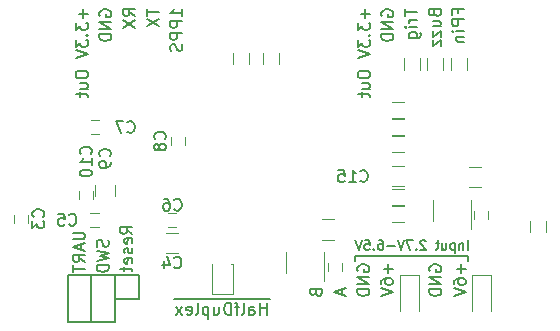
<source format=gbo>
G04 #@! TF.GenerationSoftware,KiCad,Pcbnew,(5.0.0)*
G04 #@! TF.CreationDate,2018-08-08T03:05:28+09:00*
G04 #@! TF.ProjectId,Altimeter,416C74696D657465722E6B696361645F,rev?*
G04 #@! TF.SameCoordinates,Original*
G04 #@! TF.FileFunction,Legend,Bot*
G04 #@! TF.FilePolarity,Positive*
%FSLAX46Y46*%
G04 Gerber Fmt 4.6, Leading zero omitted, Abs format (unit mm)*
G04 Created by KiCad (PCBNEW (5.0.0)) date 08/08/18 03:05:28*
%MOMM*%
%LPD*%
G01*
G04 APERTURE LIST*
%ADD10C,0.150000*%
%ADD11C,0.120000*%
%ADD12C,0.100000*%
%ADD13C,2.020000*%
%ADD14R,2.020000X2.020000*%
%ADD15C,1.720000*%
%ADD16R,1.720000X1.720000*%
%ADD17C,3.520000*%
%ADD18R,1.070000X1.120000*%
%ADD19R,0.970000X1.380000*%
%ADD20R,1.320000X1.570000*%
%ADD21R,1.120000X1.070000*%
%ADD22R,1.570000X1.320000*%
%ADD23R,1.590000X1.290000*%
%ADD24R,1.220000X0.820000*%
%ADD25R,0.820000X1.220000*%
%ADD26C,1.820000*%
%ADD27R,1.420000X1.120000*%
%ADD28R,1.420000X2.320000*%
G04 APERTURE END LIST*
D10*
X166700200Y-93713300D02*
X166700200Y-94157800D01*
X157175500Y-93713500D02*
X166700500Y-93713500D01*
X157175500Y-94158000D02*
X157175500Y-93713500D01*
X166706261Y-93186404D02*
X166706261Y-92386404D01*
X166325309Y-92653071D02*
X166325309Y-93186404D01*
X166325309Y-92729261D02*
X166287214Y-92691166D01*
X166211023Y-92653071D01*
X166096738Y-92653071D01*
X166020547Y-92691166D01*
X165982452Y-92767357D01*
X165982452Y-93186404D01*
X165601500Y-92653071D02*
X165601500Y-93453071D01*
X165601500Y-92691166D02*
X165525309Y-92653071D01*
X165372928Y-92653071D01*
X165296738Y-92691166D01*
X165258642Y-92729261D01*
X165220547Y-92805452D01*
X165220547Y-93034023D01*
X165258642Y-93110214D01*
X165296738Y-93148309D01*
X165372928Y-93186404D01*
X165525309Y-93186404D01*
X165601500Y-93148309D01*
X164534833Y-92653071D02*
X164534833Y-93186404D01*
X164877690Y-92653071D02*
X164877690Y-93072119D01*
X164839595Y-93148309D01*
X164763404Y-93186404D01*
X164649119Y-93186404D01*
X164572928Y-93148309D01*
X164534833Y-93110214D01*
X164268166Y-92653071D02*
X163963404Y-92653071D01*
X164153880Y-92386404D02*
X164153880Y-93072119D01*
X164115785Y-93148309D01*
X164039595Y-93186404D01*
X163963404Y-93186404D01*
X163125309Y-92462595D02*
X163087214Y-92424500D01*
X163011023Y-92386404D01*
X162820547Y-92386404D01*
X162744357Y-92424500D01*
X162706261Y-92462595D01*
X162668166Y-92538785D01*
X162668166Y-92614976D01*
X162706261Y-92729261D01*
X163163404Y-93186404D01*
X162668166Y-93186404D01*
X162325309Y-93110214D02*
X162287214Y-93148309D01*
X162325309Y-93186404D01*
X162363404Y-93148309D01*
X162325309Y-93110214D01*
X162325309Y-93186404D01*
X162020547Y-92386404D02*
X161487214Y-92386404D01*
X161830071Y-93186404D01*
X161296738Y-92386404D02*
X161030071Y-93186404D01*
X160763404Y-92386404D01*
X160496738Y-92881642D02*
X159887214Y-92881642D01*
X159163404Y-92386404D02*
X159315785Y-92386404D01*
X159391976Y-92424500D01*
X159430071Y-92462595D01*
X159506261Y-92576880D01*
X159544357Y-92729261D01*
X159544357Y-93034023D01*
X159506261Y-93110214D01*
X159468166Y-93148309D01*
X159391976Y-93186404D01*
X159239595Y-93186404D01*
X159163404Y-93148309D01*
X159125309Y-93110214D01*
X159087214Y-93034023D01*
X159087214Y-92843547D01*
X159125309Y-92767357D01*
X159163404Y-92729261D01*
X159239595Y-92691166D01*
X159391976Y-92691166D01*
X159468166Y-92729261D01*
X159506261Y-92767357D01*
X159544357Y-92843547D01*
X158744357Y-93110214D02*
X158706261Y-93148309D01*
X158744357Y-93186404D01*
X158782452Y-93148309D01*
X158744357Y-93110214D01*
X158744357Y-93186404D01*
X157982452Y-92386404D02*
X158363404Y-92386404D01*
X158401500Y-92767357D01*
X158363404Y-92729261D01*
X158287214Y-92691166D01*
X158096738Y-92691166D01*
X158020547Y-92729261D01*
X157982452Y-92767357D01*
X157944357Y-92843547D01*
X157944357Y-93034023D01*
X157982452Y-93110214D01*
X158020547Y-93148309D01*
X158096738Y-93186404D01*
X158287214Y-93186404D01*
X158363404Y-93148309D01*
X158401500Y-93110214D01*
X157715785Y-92386404D02*
X157449119Y-93186404D01*
X157182452Y-92386404D01*
X159952028Y-94425976D02*
X159952028Y-95187880D01*
X160332980Y-94806928D02*
X159571076Y-94806928D01*
X159332980Y-96092642D02*
X159332980Y-95902166D01*
X159380600Y-95806928D01*
X159428219Y-95759309D01*
X159571076Y-95664071D01*
X159761552Y-95616452D01*
X160142504Y-95616452D01*
X160237742Y-95664071D01*
X160285361Y-95711690D01*
X160332980Y-95806928D01*
X160332980Y-95997404D01*
X160285361Y-96092642D01*
X160237742Y-96140261D01*
X160142504Y-96187880D01*
X159904409Y-96187880D01*
X159809171Y-96140261D01*
X159761552Y-96092642D01*
X159713933Y-95997404D01*
X159713933Y-95806928D01*
X159761552Y-95711690D01*
X159809171Y-95664071D01*
X159904409Y-95616452D01*
X159332980Y-96473595D02*
X160332980Y-96806928D01*
X159332980Y-97140261D01*
X166124228Y-94425976D02*
X166124228Y-95187880D01*
X166505180Y-94806928D02*
X165743276Y-94806928D01*
X165505180Y-96092642D02*
X165505180Y-95902166D01*
X165552800Y-95806928D01*
X165600419Y-95759309D01*
X165743276Y-95664071D01*
X165933752Y-95616452D01*
X166314704Y-95616452D01*
X166409942Y-95664071D01*
X166457561Y-95711690D01*
X166505180Y-95806928D01*
X166505180Y-95997404D01*
X166457561Y-96092642D01*
X166409942Y-96140261D01*
X166314704Y-96187880D01*
X166076609Y-96187880D01*
X165981371Y-96140261D01*
X165933752Y-96092642D01*
X165886133Y-95997404D01*
X165886133Y-95806928D01*
X165933752Y-95711690D01*
X165981371Y-95664071D01*
X166076609Y-95616452D01*
X165505180Y-96473595D02*
X166505180Y-96806928D01*
X165505180Y-97140261D01*
X163495400Y-95013285D02*
X163447780Y-94918047D01*
X163447780Y-94775190D01*
X163495400Y-94632333D01*
X163590638Y-94537095D01*
X163685876Y-94489476D01*
X163876352Y-94441857D01*
X164019209Y-94441857D01*
X164209685Y-94489476D01*
X164304923Y-94537095D01*
X164400161Y-94632333D01*
X164447780Y-94775190D01*
X164447780Y-94870428D01*
X164400161Y-95013285D01*
X164352542Y-95060904D01*
X164019209Y-95060904D01*
X164019209Y-94870428D01*
X164447780Y-95489476D02*
X163447780Y-95489476D01*
X164447780Y-96060904D01*
X163447780Y-96060904D01*
X164447780Y-96537095D02*
X163447780Y-96537095D01*
X163447780Y-96775190D01*
X163495400Y-96918047D01*
X163590638Y-97013285D01*
X163685876Y-97060904D01*
X163876352Y-97108523D01*
X164019209Y-97108523D01*
X164209685Y-97060904D01*
X164304923Y-97013285D01*
X164400161Y-96918047D01*
X164447780Y-96775190D01*
X164447780Y-96537095D01*
X157399400Y-95013285D02*
X157351780Y-94918047D01*
X157351780Y-94775190D01*
X157399400Y-94632333D01*
X157494638Y-94537095D01*
X157589876Y-94489476D01*
X157780352Y-94441857D01*
X157923209Y-94441857D01*
X158113685Y-94489476D01*
X158208923Y-94537095D01*
X158304161Y-94632333D01*
X158351780Y-94775190D01*
X158351780Y-94870428D01*
X158304161Y-95013285D01*
X158256542Y-95060904D01*
X157923209Y-95060904D01*
X157923209Y-94870428D01*
X158351780Y-95489476D02*
X157351780Y-95489476D01*
X158351780Y-96060904D01*
X157351780Y-96060904D01*
X158351780Y-96537095D02*
X157351780Y-96537095D01*
X157351780Y-96775190D01*
X157399400Y-96918047D01*
X157494638Y-97013285D01*
X157589876Y-97060904D01*
X157780352Y-97108523D01*
X157923209Y-97108523D01*
X158113685Y-97060904D01*
X158208923Y-97013285D01*
X158304161Y-96918047D01*
X158351780Y-96775190D01*
X158351780Y-96537095D01*
X153814771Y-96845628D02*
X153862390Y-96988485D01*
X153910009Y-97036104D01*
X154005247Y-97083723D01*
X154148104Y-97083723D01*
X154243342Y-97036104D01*
X154290961Y-96988485D01*
X154338580Y-96893247D01*
X154338580Y-96512295D01*
X153338580Y-96512295D01*
X153338580Y-96845628D01*
X153386200Y-96940866D01*
X153433819Y-96988485D01*
X153529057Y-97036104D01*
X153624295Y-97036104D01*
X153719533Y-96988485D01*
X153767152Y-96940866D01*
X153814771Y-96845628D01*
X153814771Y-96512295D01*
X156059466Y-96536104D02*
X156059466Y-97012295D01*
X156345180Y-96440866D02*
X155345180Y-96774200D01*
X156345180Y-97107533D01*
X138285780Y-91853104D02*
X137809590Y-91519771D01*
X138285780Y-91281676D02*
X137285780Y-91281676D01*
X137285780Y-91662628D01*
X137333400Y-91757866D01*
X137381019Y-91805485D01*
X137476257Y-91853104D01*
X137619114Y-91853104D01*
X137714352Y-91805485D01*
X137761971Y-91757866D01*
X137809590Y-91662628D01*
X137809590Y-91281676D01*
X138238161Y-92662628D02*
X138285780Y-92567390D01*
X138285780Y-92376914D01*
X138238161Y-92281676D01*
X138142923Y-92234057D01*
X137761971Y-92234057D01*
X137666733Y-92281676D01*
X137619114Y-92376914D01*
X137619114Y-92567390D01*
X137666733Y-92662628D01*
X137761971Y-92710247D01*
X137857209Y-92710247D01*
X137952447Y-92234057D01*
X138238161Y-93091200D02*
X138285780Y-93186438D01*
X138285780Y-93376914D01*
X138238161Y-93472152D01*
X138142923Y-93519771D01*
X138095304Y-93519771D01*
X138000066Y-93472152D01*
X137952447Y-93376914D01*
X137952447Y-93234057D01*
X137904828Y-93138819D01*
X137809590Y-93091200D01*
X137761971Y-93091200D01*
X137666733Y-93138819D01*
X137619114Y-93234057D01*
X137619114Y-93376914D01*
X137666733Y-93472152D01*
X138238161Y-94329295D02*
X138285780Y-94234057D01*
X138285780Y-94043580D01*
X138238161Y-93948342D01*
X138142923Y-93900723D01*
X137761971Y-93900723D01*
X137666733Y-93948342D01*
X137619114Y-94043580D01*
X137619114Y-94234057D01*
X137666733Y-94329295D01*
X137761971Y-94376914D01*
X137857209Y-94376914D01*
X137952447Y-93900723D01*
X137619114Y-94662628D02*
X137619114Y-95043580D01*
X137285780Y-94805485D02*
X138142923Y-94805485D01*
X138238161Y-94853104D01*
X138285780Y-94948342D01*
X138285780Y-95043580D01*
X138824000Y-97333000D02*
X138824000Y-95351800D01*
X136817400Y-97333000D02*
X138824000Y-97333000D01*
X134836200Y-95351800D02*
X134836200Y-99339600D01*
X136817400Y-95351800D02*
X136817400Y-99339600D01*
X132829600Y-95351800D02*
X138824000Y-95351800D01*
X132829600Y-99339600D02*
X132829600Y-95351800D01*
X136792000Y-99339600D02*
X132829600Y-99339600D01*
X136231561Y-92369057D02*
X136279180Y-92511914D01*
X136279180Y-92750009D01*
X136231561Y-92845247D01*
X136183942Y-92892866D01*
X136088704Y-92940485D01*
X135993466Y-92940485D01*
X135898228Y-92892866D01*
X135850609Y-92845247D01*
X135802990Y-92750009D01*
X135755371Y-92559533D01*
X135707752Y-92464295D01*
X135660133Y-92416676D01*
X135564895Y-92369057D01*
X135469657Y-92369057D01*
X135374419Y-92416676D01*
X135326800Y-92464295D01*
X135279180Y-92559533D01*
X135279180Y-92797628D01*
X135326800Y-92940485D01*
X135279180Y-93273819D02*
X136279180Y-93511914D01*
X135564895Y-93702390D01*
X136279180Y-93892866D01*
X135279180Y-94130961D01*
X136279180Y-94511914D02*
X135279180Y-94511914D01*
X135279180Y-94750009D01*
X135326800Y-94892866D01*
X135422038Y-94988104D01*
X135517276Y-95035723D01*
X135707752Y-95083342D01*
X135850609Y-95083342D01*
X136041085Y-95035723D01*
X136136323Y-94988104D01*
X136231561Y-94892866D01*
X136279180Y-94750009D01*
X136279180Y-94511914D01*
X133272580Y-91749961D02*
X134082104Y-91749961D01*
X134177342Y-91797580D01*
X134224961Y-91845200D01*
X134272580Y-91940438D01*
X134272580Y-92130914D01*
X134224961Y-92226152D01*
X134177342Y-92273771D01*
X134082104Y-92321390D01*
X133272580Y-92321390D01*
X133986866Y-92749961D02*
X133986866Y-93226152D01*
X134272580Y-92654723D02*
X133272580Y-92988057D01*
X134272580Y-93321390D01*
X134272580Y-94226152D02*
X133796390Y-93892819D01*
X134272580Y-93654723D02*
X133272580Y-93654723D01*
X133272580Y-94035676D01*
X133320200Y-94130914D01*
X133367819Y-94178533D01*
X133463057Y-94226152D01*
X133605914Y-94226152D01*
X133701152Y-94178533D01*
X133748771Y-94130914D01*
X133796390Y-94035676D01*
X133796390Y-93654723D01*
X133272580Y-94511866D02*
X133272580Y-95083295D01*
X134272580Y-94797580D02*
X133272580Y-94797580D01*
X158008928Y-72840095D02*
X158008928Y-73602000D01*
X158389880Y-73221047D02*
X157627976Y-73221047D01*
X157389880Y-73982952D02*
X157389880Y-74602000D01*
X157770833Y-74268666D01*
X157770833Y-74411523D01*
X157818452Y-74506761D01*
X157866071Y-74554380D01*
X157961309Y-74602000D01*
X158199404Y-74602000D01*
X158294642Y-74554380D01*
X158342261Y-74506761D01*
X158389880Y-74411523D01*
X158389880Y-74125809D01*
X158342261Y-74030571D01*
X158294642Y-73982952D01*
X158294642Y-75030571D02*
X158342261Y-75078190D01*
X158389880Y-75030571D01*
X158342261Y-74982952D01*
X158294642Y-75030571D01*
X158389880Y-75030571D01*
X157389880Y-75411523D02*
X157389880Y-76030571D01*
X157770833Y-75697238D01*
X157770833Y-75840095D01*
X157818452Y-75935333D01*
X157866071Y-75982952D01*
X157961309Y-76030571D01*
X158199404Y-76030571D01*
X158294642Y-75982952D01*
X158342261Y-75935333D01*
X158389880Y-75840095D01*
X158389880Y-75554380D01*
X158342261Y-75459142D01*
X158294642Y-75411523D01*
X157389880Y-76316285D02*
X158389880Y-76649619D01*
X157389880Y-76982952D01*
X157389880Y-78268666D02*
X157389880Y-78459142D01*
X157437500Y-78554380D01*
X157532738Y-78649619D01*
X157723214Y-78697238D01*
X158056547Y-78697238D01*
X158247023Y-78649619D01*
X158342261Y-78554380D01*
X158389880Y-78459142D01*
X158389880Y-78268666D01*
X158342261Y-78173428D01*
X158247023Y-78078190D01*
X158056547Y-78030571D01*
X157723214Y-78030571D01*
X157532738Y-78078190D01*
X157437500Y-78173428D01*
X157389880Y-78268666D01*
X157723214Y-79554380D02*
X158389880Y-79554380D01*
X157723214Y-79125809D02*
X158247023Y-79125809D01*
X158342261Y-79173428D01*
X158389880Y-79268666D01*
X158389880Y-79411523D01*
X158342261Y-79506761D01*
X158294642Y-79554380D01*
X157723214Y-79887714D02*
X157723214Y-80268666D01*
X157389880Y-80030571D02*
X158247023Y-80030571D01*
X158342261Y-80078190D01*
X158389880Y-80173428D01*
X158389880Y-80268666D01*
X134120228Y-72840095D02*
X134120228Y-73602000D01*
X134501180Y-73221047D02*
X133739276Y-73221047D01*
X133501180Y-73982952D02*
X133501180Y-74602000D01*
X133882133Y-74268666D01*
X133882133Y-74411523D01*
X133929752Y-74506761D01*
X133977371Y-74554380D01*
X134072609Y-74602000D01*
X134310704Y-74602000D01*
X134405942Y-74554380D01*
X134453561Y-74506761D01*
X134501180Y-74411523D01*
X134501180Y-74125809D01*
X134453561Y-74030571D01*
X134405942Y-73982952D01*
X134405942Y-75030571D02*
X134453561Y-75078190D01*
X134501180Y-75030571D01*
X134453561Y-74982952D01*
X134405942Y-75030571D01*
X134501180Y-75030571D01*
X133501180Y-75411523D02*
X133501180Y-76030571D01*
X133882133Y-75697238D01*
X133882133Y-75840095D01*
X133929752Y-75935333D01*
X133977371Y-75982952D01*
X134072609Y-76030571D01*
X134310704Y-76030571D01*
X134405942Y-75982952D01*
X134453561Y-75935333D01*
X134501180Y-75840095D01*
X134501180Y-75554380D01*
X134453561Y-75459142D01*
X134405942Y-75411523D01*
X133501180Y-76316285D02*
X134501180Y-76649619D01*
X133501180Y-76982952D01*
X133501180Y-78268666D02*
X133501180Y-78459142D01*
X133548800Y-78554380D01*
X133644038Y-78649619D01*
X133834514Y-78697238D01*
X134167847Y-78697238D01*
X134358323Y-78649619D01*
X134453561Y-78554380D01*
X134501180Y-78459142D01*
X134501180Y-78268666D01*
X134453561Y-78173428D01*
X134358323Y-78078190D01*
X134167847Y-78030571D01*
X133834514Y-78030571D01*
X133644038Y-78078190D01*
X133548800Y-78173428D01*
X133501180Y-78268666D01*
X133834514Y-79554380D02*
X134501180Y-79554380D01*
X133834514Y-79125809D02*
X134358323Y-79125809D01*
X134453561Y-79173428D01*
X134501180Y-79268666D01*
X134501180Y-79411523D01*
X134453561Y-79506761D01*
X134405942Y-79554380D01*
X133834514Y-79887714D02*
X133834514Y-80268666D01*
X133501180Y-80030571D02*
X134358323Y-80030571D01*
X134453561Y-80078190D01*
X134501180Y-80173428D01*
X134501180Y-80268666D01*
X135555400Y-73427404D02*
X135507780Y-73332166D01*
X135507780Y-73189309D01*
X135555400Y-73046452D01*
X135650638Y-72951214D01*
X135745876Y-72903595D01*
X135936352Y-72855976D01*
X136079209Y-72855976D01*
X136269685Y-72903595D01*
X136364923Y-72951214D01*
X136460161Y-73046452D01*
X136507780Y-73189309D01*
X136507780Y-73284547D01*
X136460161Y-73427404D01*
X136412542Y-73475023D01*
X136079209Y-73475023D01*
X136079209Y-73284547D01*
X136507780Y-73903595D02*
X135507780Y-73903595D01*
X136507780Y-74475023D01*
X135507780Y-74475023D01*
X136507780Y-74951214D02*
X135507780Y-74951214D01*
X135507780Y-75189309D01*
X135555400Y-75332166D01*
X135650638Y-75427404D01*
X135745876Y-75475023D01*
X135936352Y-75522642D01*
X136079209Y-75522642D01*
X136269685Y-75475023D01*
X136364923Y-75427404D01*
X136460161Y-75332166D01*
X136507780Y-75189309D01*
X136507780Y-74951214D01*
X142514880Y-73427404D02*
X142514880Y-72855976D01*
X142514880Y-73141690D02*
X141514880Y-73141690D01*
X141657738Y-73046452D01*
X141752976Y-72951214D01*
X141800595Y-72855976D01*
X142514880Y-73855976D02*
X141514880Y-73855976D01*
X141514880Y-74236928D01*
X141562500Y-74332166D01*
X141610119Y-74379785D01*
X141705357Y-74427404D01*
X141848214Y-74427404D01*
X141943452Y-74379785D01*
X141991071Y-74332166D01*
X142038690Y-74236928D01*
X142038690Y-73855976D01*
X142514880Y-74855976D02*
X141514880Y-74855976D01*
X141514880Y-75236928D01*
X141562500Y-75332166D01*
X141610119Y-75379785D01*
X141705357Y-75427404D01*
X141848214Y-75427404D01*
X141943452Y-75379785D01*
X141991071Y-75332166D01*
X142038690Y-75236928D01*
X142038690Y-74855976D01*
X142467261Y-75808357D02*
X142514880Y-75951214D01*
X142514880Y-76189309D01*
X142467261Y-76284547D01*
X142419642Y-76332166D01*
X142324404Y-76379785D01*
X142229166Y-76379785D01*
X142133928Y-76332166D01*
X142086309Y-76284547D01*
X142038690Y-76189309D01*
X141991071Y-75998833D01*
X141943452Y-75903595D01*
X141895833Y-75855976D01*
X141800595Y-75808357D01*
X141705357Y-75808357D01*
X141610119Y-75855976D01*
X141562500Y-75903595D01*
X141514880Y-75998833D01*
X141514880Y-76236928D01*
X141562500Y-76379785D01*
X139520980Y-72824238D02*
X139520980Y-73395666D01*
X140520980Y-73109952D02*
X139520980Y-73109952D01*
X139520980Y-73633761D02*
X140520980Y-74300428D01*
X139520980Y-74300428D02*
X140520980Y-73633761D01*
X138514380Y-73411523D02*
X138038190Y-73078190D01*
X138514380Y-72840095D02*
X137514380Y-72840095D01*
X137514380Y-73221047D01*
X137562000Y-73316285D01*
X137609619Y-73363904D01*
X137704857Y-73411523D01*
X137847714Y-73411523D01*
X137942952Y-73363904D01*
X137990571Y-73316285D01*
X138038190Y-73221047D01*
X138038190Y-72840095D01*
X137514380Y-73744857D02*
X138514380Y-74411523D01*
X137514380Y-74411523D02*
X138514380Y-73744857D01*
X159431400Y-73427404D02*
X159383780Y-73332166D01*
X159383780Y-73189309D01*
X159431400Y-73046452D01*
X159526638Y-72951214D01*
X159621876Y-72903595D01*
X159812352Y-72855976D01*
X159955209Y-72855976D01*
X160145685Y-72903595D01*
X160240923Y-72951214D01*
X160336161Y-73046452D01*
X160383780Y-73189309D01*
X160383780Y-73284547D01*
X160336161Y-73427404D01*
X160288542Y-73475023D01*
X159955209Y-73475023D01*
X159955209Y-73284547D01*
X160383780Y-73903595D02*
X159383780Y-73903595D01*
X160383780Y-74475023D01*
X159383780Y-74475023D01*
X160383780Y-74951214D02*
X159383780Y-74951214D01*
X159383780Y-75189309D01*
X159431400Y-75332166D01*
X159526638Y-75427404D01*
X159621876Y-75475023D01*
X159812352Y-75522642D01*
X159955209Y-75522642D01*
X160145685Y-75475023D01*
X160240923Y-75427404D01*
X160336161Y-75332166D01*
X160383780Y-75189309D01*
X160383780Y-74951214D01*
X165854371Y-73173428D02*
X165854371Y-72840095D01*
X166378180Y-72840095D02*
X165378180Y-72840095D01*
X165378180Y-73316285D01*
X166378180Y-73697238D02*
X165378180Y-73697238D01*
X165378180Y-74078190D01*
X165425800Y-74173428D01*
X165473419Y-74221047D01*
X165568657Y-74268666D01*
X165711514Y-74268666D01*
X165806752Y-74221047D01*
X165854371Y-74173428D01*
X165901990Y-74078190D01*
X165901990Y-73697238D01*
X166378180Y-74697238D02*
X165711514Y-74697238D01*
X165378180Y-74697238D02*
X165425800Y-74649619D01*
X165473419Y-74697238D01*
X165425800Y-74744857D01*
X165378180Y-74697238D01*
X165473419Y-74697238D01*
X165711514Y-75173428D02*
X166378180Y-75173428D01*
X165806752Y-75173428D02*
X165759133Y-75221047D01*
X165711514Y-75316285D01*
X165711514Y-75459142D01*
X165759133Y-75554380D01*
X165854371Y-75602000D01*
X166378180Y-75602000D01*
X163873171Y-73173428D02*
X163920790Y-73316285D01*
X163968409Y-73363904D01*
X164063647Y-73411523D01*
X164206504Y-73411523D01*
X164301742Y-73363904D01*
X164349361Y-73316285D01*
X164396980Y-73221047D01*
X164396980Y-72840095D01*
X163396980Y-72840095D01*
X163396980Y-73173428D01*
X163444600Y-73268666D01*
X163492219Y-73316285D01*
X163587457Y-73363904D01*
X163682695Y-73363904D01*
X163777933Y-73316285D01*
X163825552Y-73268666D01*
X163873171Y-73173428D01*
X163873171Y-72840095D01*
X163730314Y-74268666D02*
X164396980Y-74268666D01*
X163730314Y-73840095D02*
X164254123Y-73840095D01*
X164349361Y-73887714D01*
X164396980Y-73982952D01*
X164396980Y-74125809D01*
X164349361Y-74221047D01*
X164301742Y-74268666D01*
X163730314Y-74649619D02*
X163730314Y-75173428D01*
X164396980Y-74649619D01*
X164396980Y-75173428D01*
X163730314Y-75459142D02*
X163730314Y-75982952D01*
X164396980Y-75459142D01*
X164396980Y-75982952D01*
X161390380Y-72824238D02*
X161390380Y-73395666D01*
X162390380Y-73109952D02*
X161390380Y-73109952D01*
X162390380Y-73729000D02*
X161723714Y-73729000D01*
X161914190Y-73729000D02*
X161818952Y-73776619D01*
X161771333Y-73824238D01*
X161723714Y-73919476D01*
X161723714Y-74014714D01*
X162390380Y-74348047D02*
X161723714Y-74348047D01*
X161390380Y-74348047D02*
X161438000Y-74300428D01*
X161485619Y-74348047D01*
X161438000Y-74395666D01*
X161390380Y-74348047D01*
X161485619Y-74348047D01*
X161723714Y-75252809D02*
X162533238Y-75252809D01*
X162628476Y-75205190D01*
X162676095Y-75157571D01*
X162723714Y-75062333D01*
X162723714Y-74919476D01*
X162676095Y-74824238D01*
X162342761Y-75252809D02*
X162390380Y-75157571D01*
X162390380Y-74967095D01*
X162342761Y-74871857D01*
X162295142Y-74824238D01*
X162199904Y-74776619D01*
X161914190Y-74776619D01*
X161818952Y-74824238D01*
X161771333Y-74871857D01*
X161723714Y-74967095D01*
X161723714Y-75157571D01*
X161771333Y-75252809D01*
X149909009Y-97332400D02*
X148861390Y-97332400D01*
X149670914Y-98699780D02*
X149670914Y-97699780D01*
X149670914Y-98175971D02*
X149099485Y-98175971D01*
X149099485Y-98699780D02*
X149099485Y-97699780D01*
X148861390Y-97332400D02*
X147956628Y-97332400D01*
X148194723Y-98699780D02*
X148194723Y-98175971D01*
X148242342Y-98080733D01*
X148337580Y-98033114D01*
X148528057Y-98033114D01*
X148623295Y-98080733D01*
X148194723Y-98652161D02*
X148289961Y-98699780D01*
X148528057Y-98699780D01*
X148623295Y-98652161D01*
X148670914Y-98556923D01*
X148670914Y-98461685D01*
X148623295Y-98366447D01*
X148528057Y-98318828D01*
X148289961Y-98318828D01*
X148194723Y-98271209D01*
X147956628Y-97332400D02*
X147432819Y-97332400D01*
X147575676Y-98699780D02*
X147670914Y-98652161D01*
X147718533Y-98556923D01*
X147718533Y-97699780D01*
X147432819Y-97332400D02*
X146861390Y-97332400D01*
X147337580Y-98033114D02*
X146956628Y-98033114D01*
X147194723Y-98699780D02*
X147194723Y-97842638D01*
X147147104Y-97747400D01*
X147051866Y-97699780D01*
X146956628Y-97699780D01*
X146861390Y-97332400D02*
X145861390Y-97332400D01*
X146623295Y-98699780D02*
X146623295Y-97699780D01*
X146385200Y-97699780D01*
X146242342Y-97747400D01*
X146147104Y-97842638D01*
X146099485Y-97937876D01*
X146051866Y-98128352D01*
X146051866Y-98271209D01*
X146099485Y-98461685D01*
X146147104Y-98556923D01*
X146242342Y-98652161D01*
X146385200Y-98699780D01*
X146623295Y-98699780D01*
X145861390Y-97332400D02*
X144956628Y-97332400D01*
X145194723Y-98033114D02*
X145194723Y-98699780D01*
X145623295Y-98033114D02*
X145623295Y-98556923D01*
X145575676Y-98652161D01*
X145480438Y-98699780D01*
X145337580Y-98699780D01*
X145242342Y-98652161D01*
X145194723Y-98604542D01*
X144956628Y-97332400D02*
X144051866Y-97332400D01*
X144718533Y-98033114D02*
X144718533Y-99033114D01*
X144718533Y-98080733D02*
X144623295Y-98033114D01*
X144432819Y-98033114D01*
X144337580Y-98080733D01*
X144289961Y-98128352D01*
X144242342Y-98223590D01*
X144242342Y-98509304D01*
X144289961Y-98604542D01*
X144337580Y-98652161D01*
X144432819Y-98699780D01*
X144623295Y-98699780D01*
X144718533Y-98652161D01*
X144051866Y-97332400D02*
X143528057Y-97332400D01*
X143670914Y-98699780D02*
X143766152Y-98652161D01*
X143813771Y-98556923D01*
X143813771Y-97699780D01*
X143528057Y-97332400D02*
X142670914Y-97332400D01*
X142909009Y-98652161D02*
X143004247Y-98699780D01*
X143194723Y-98699780D01*
X143289961Y-98652161D01*
X143337580Y-98556923D01*
X143337580Y-98175971D01*
X143289961Y-98080733D01*
X143194723Y-98033114D01*
X143004247Y-98033114D01*
X142909009Y-98080733D01*
X142861390Y-98175971D01*
X142861390Y-98271209D01*
X143337580Y-98366447D01*
X142670914Y-97332400D02*
X141861390Y-97332400D01*
X142528057Y-98699780D02*
X142004247Y-98033114D01*
X142528057Y-98033114D02*
X142004247Y-98699780D01*
D11*
G04 #@! TO.C,C1*
X154822600Y-94315800D02*
X154822600Y-95015800D01*
X156022600Y-95015800D02*
X156022600Y-94315800D01*
G04 #@! TO.C,VR1*
X154543400Y-93410200D02*
X154543400Y-95860200D01*
X151323400Y-95210200D02*
X151323400Y-93410200D01*
G04 #@! TO.C,C2*
X154363800Y-90640800D02*
X155363800Y-90640800D01*
X155363800Y-92340800D02*
X154363800Y-92340800D01*
G04 #@! TO.C,C3*
X128279600Y-90226400D02*
X128279600Y-90926400D01*
X129479600Y-90926400D02*
X129479600Y-90226400D01*
G04 #@! TO.C,C4*
X141168800Y-91758600D02*
X142168800Y-91758600D01*
X142168800Y-93458600D02*
X141168800Y-93458600D01*
G04 #@! TO.C,C5*
X134752600Y-91303400D02*
X135452600Y-91303400D01*
X135452600Y-90103400D02*
X134752600Y-90103400D01*
G04 #@! TO.C,C6*
X142031200Y-90103400D02*
X141331200Y-90103400D01*
X141331200Y-91303400D02*
X142031200Y-91303400D01*
G04 #@! TO.C,C7*
X135478000Y-82229400D02*
X134778000Y-82229400D01*
X134778000Y-83429400D02*
X135478000Y-83429400D01*
G04 #@! TO.C,C8*
X141576500Y-83660500D02*
X141576500Y-84360500D01*
X142776500Y-84360500D02*
X142776500Y-83660500D01*
G04 #@! TO.C,C9*
X136867000Y-87688800D02*
X136867000Y-88688800D01*
X135167000Y-88688800D02*
X135167000Y-87688800D01*
G04 #@! TO.C,C10*
X134991400Y-88894400D02*
X134991400Y-88194400D01*
X133791400Y-88194400D02*
X133791400Y-88894400D01*
G04 #@! TO.C,C15*
X161256600Y-87845000D02*
X160256600Y-87845000D01*
X160256600Y-86145000D02*
X161256600Y-86145000D01*
G04 #@! TO.C,JP1*
X146787900Y-94412000D02*
X145007900Y-94412000D01*
X145007900Y-96952000D02*
X146787900Y-96952000D01*
X145007900Y-96952000D02*
X145007900Y-94412000D01*
X146787900Y-94412000D02*
X146787900Y-96952000D01*
G04 #@! TO.C,R1*
X173298400Y-91736800D02*
X173298400Y-90736800D01*
X171938400Y-90736800D02*
X171938400Y-91736800D01*
G04 #@! TO.C,R7*
X160295000Y-82011000D02*
X161295000Y-82011000D01*
X161295000Y-80651000D02*
X160295000Y-80651000D01*
G04 #@! TO.C,R8*
X160295000Y-83471500D02*
X161295000Y-83471500D01*
X161295000Y-82111500D02*
X160295000Y-82111500D01*
G04 #@! TO.C,R9*
X161295000Y-83572000D02*
X160295000Y-83572000D01*
X160295000Y-84932000D02*
X161295000Y-84932000D01*
G04 #@! TO.C,R10*
X160295000Y-89377000D02*
X161295000Y-89377000D01*
X161295000Y-88017000D02*
X160295000Y-88017000D01*
G04 #@! TO.C,R11*
X161295000Y-89477500D02*
X160295000Y-89477500D01*
X160295000Y-90837500D02*
X161295000Y-90837500D01*
G04 #@! TO.C,R14*
X148140000Y-77513000D02*
X148140000Y-76513000D01*
X146780000Y-76513000D02*
X146780000Y-77513000D01*
G04 #@! TO.C,R15*
X149320000Y-76513000D02*
X149320000Y-77513000D01*
X150680000Y-77513000D02*
X150680000Y-76513000D01*
G04 #@! TO.C,D6*
X168630800Y-98425200D02*
X168630800Y-95375200D01*
X168630800Y-95375200D02*
X167030800Y-95375200D01*
X167030800Y-95375200D02*
X167030800Y-98425200D01*
G04 #@! TO.C,D7*
X160934800Y-95375200D02*
X160934800Y-98425200D01*
X162534800Y-95375200D02*
X160934800Y-95375200D01*
X162534800Y-98425200D02*
X162534800Y-95375200D01*
G04 #@! TO.C,R16*
X161258000Y-76970200D02*
X161258000Y-77970200D01*
X162618000Y-77970200D02*
X162618000Y-76970200D01*
G04 #@! TO.C,R17*
X164624600Y-77970200D02*
X164624600Y-76970200D01*
X163264600Y-76970200D02*
X163264600Y-77970200D01*
G04 #@! TO.C,R18*
X165271200Y-76970200D02*
X165271200Y-77970200D01*
X166631200Y-77970200D02*
X166631200Y-76970200D01*
G04 #@! TO.C,C16*
X168430500Y-90583500D02*
X168430500Y-89883500D01*
X167230500Y-89883500D02*
X167230500Y-90583500D01*
G04 #@! TO.C,C17*
X166797100Y-86157700D02*
X167797100Y-86157700D01*
X167797100Y-87857700D02*
X166797100Y-87857700D01*
G04 #@! TO.C,VR2*
X166964000Y-88965200D02*
X166964000Y-91415200D01*
X163744000Y-90765200D02*
X163744000Y-88965200D01*
G04 #@! TO.C,C3*
D10*
X130736742Y-90409733D02*
X130784361Y-90362114D01*
X130831980Y-90219257D01*
X130831980Y-90124019D01*
X130784361Y-89981161D01*
X130689123Y-89885923D01*
X130593885Y-89838304D01*
X130403409Y-89790685D01*
X130260552Y-89790685D01*
X130070076Y-89838304D01*
X129974838Y-89885923D01*
X129879600Y-89981161D01*
X129831980Y-90124019D01*
X129831980Y-90219257D01*
X129879600Y-90362114D01*
X129927219Y-90409733D01*
X129831980Y-90743066D02*
X129831980Y-91362114D01*
X130212933Y-91028780D01*
X130212933Y-91171638D01*
X130260552Y-91266876D01*
X130308171Y-91314495D01*
X130403409Y-91362114D01*
X130641504Y-91362114D01*
X130736742Y-91314495D01*
X130784361Y-91266876D01*
X130831980Y-91171638D01*
X130831980Y-90885923D01*
X130784361Y-90790685D01*
X130736742Y-90743066D01*
G04 #@! TO.C,C4*
X141835466Y-94692942D02*
X141883085Y-94740561D01*
X142025942Y-94788180D01*
X142121180Y-94788180D01*
X142264038Y-94740561D01*
X142359276Y-94645323D01*
X142406895Y-94550085D01*
X142454514Y-94359609D01*
X142454514Y-94216752D01*
X142406895Y-94026276D01*
X142359276Y-93931038D01*
X142264038Y-93835800D01*
X142121180Y-93788180D01*
X142025942Y-93788180D01*
X141883085Y-93835800D01*
X141835466Y-93883419D01*
X140978323Y-94121514D02*
X140978323Y-94788180D01*
X141216419Y-93740561D02*
X141454514Y-94454847D01*
X140835466Y-94454847D01*
G04 #@! TO.C,C5*
X132945466Y-91060742D02*
X132993085Y-91108361D01*
X133135942Y-91155980D01*
X133231180Y-91155980D01*
X133374038Y-91108361D01*
X133469276Y-91013123D01*
X133516895Y-90917885D01*
X133564514Y-90727409D01*
X133564514Y-90584552D01*
X133516895Y-90394076D01*
X133469276Y-90298838D01*
X133374038Y-90203600D01*
X133231180Y-90155980D01*
X133135942Y-90155980D01*
X132993085Y-90203600D01*
X132945466Y-90251219D01*
X132040704Y-90155980D02*
X132516895Y-90155980D01*
X132564514Y-90632171D01*
X132516895Y-90584552D01*
X132421657Y-90536933D01*
X132183561Y-90536933D01*
X132088323Y-90584552D01*
X132040704Y-90632171D01*
X131993085Y-90727409D01*
X131993085Y-90965504D01*
X132040704Y-91060742D01*
X132088323Y-91108361D01*
X132183561Y-91155980D01*
X132421657Y-91155980D01*
X132516895Y-91108361D01*
X132564514Y-91060742D01*
G04 #@! TO.C,C6*
X141847866Y-89790542D02*
X141895485Y-89838161D01*
X142038342Y-89885780D01*
X142133580Y-89885780D01*
X142276438Y-89838161D01*
X142371676Y-89742923D01*
X142419295Y-89647685D01*
X142466914Y-89457209D01*
X142466914Y-89314352D01*
X142419295Y-89123876D01*
X142371676Y-89028638D01*
X142276438Y-88933400D01*
X142133580Y-88885780D01*
X142038342Y-88885780D01*
X141895485Y-88933400D01*
X141847866Y-88981019D01*
X140990723Y-88885780D02*
X141181200Y-88885780D01*
X141276438Y-88933400D01*
X141324057Y-88981019D01*
X141419295Y-89123876D01*
X141466914Y-89314352D01*
X141466914Y-89695304D01*
X141419295Y-89790542D01*
X141371676Y-89838161D01*
X141276438Y-89885780D01*
X141085961Y-89885780D01*
X140990723Y-89838161D01*
X140943104Y-89790542D01*
X140895485Y-89695304D01*
X140895485Y-89457209D01*
X140943104Y-89361971D01*
X140990723Y-89314352D01*
X141085961Y-89266733D01*
X141276438Y-89266733D01*
X141371676Y-89314352D01*
X141419295Y-89361971D01*
X141466914Y-89457209D01*
G04 #@! TO.C,C7*
X137873066Y-83212142D02*
X137920685Y-83259761D01*
X138063542Y-83307380D01*
X138158780Y-83307380D01*
X138301638Y-83259761D01*
X138396876Y-83164523D01*
X138444495Y-83069285D01*
X138492114Y-82878809D01*
X138492114Y-82735952D01*
X138444495Y-82545476D01*
X138396876Y-82450238D01*
X138301638Y-82355000D01*
X138158780Y-82307380D01*
X138063542Y-82307380D01*
X137920685Y-82355000D01*
X137873066Y-82402619D01*
X137539733Y-82307380D02*
X136873066Y-82307380D01*
X137301638Y-83307380D01*
G04 #@! TO.C,C8*
X141033642Y-83843833D02*
X141081261Y-83796214D01*
X141128880Y-83653357D01*
X141128880Y-83558119D01*
X141081261Y-83415261D01*
X140986023Y-83320023D01*
X140890785Y-83272404D01*
X140700309Y-83224785D01*
X140557452Y-83224785D01*
X140366976Y-83272404D01*
X140271738Y-83320023D01*
X140176500Y-83415261D01*
X140128880Y-83558119D01*
X140128880Y-83653357D01*
X140176500Y-83796214D01*
X140224119Y-83843833D01*
X140557452Y-84415261D02*
X140509833Y-84320023D01*
X140462214Y-84272404D01*
X140366976Y-84224785D01*
X140319357Y-84224785D01*
X140224119Y-84272404D01*
X140176500Y-84320023D01*
X140128880Y-84415261D01*
X140128880Y-84605738D01*
X140176500Y-84700976D01*
X140224119Y-84748595D01*
X140319357Y-84796214D01*
X140366976Y-84796214D01*
X140462214Y-84748595D01*
X140509833Y-84700976D01*
X140557452Y-84605738D01*
X140557452Y-84415261D01*
X140605071Y-84320023D01*
X140652690Y-84272404D01*
X140747928Y-84224785D01*
X140938404Y-84224785D01*
X141033642Y-84272404D01*
X141081261Y-84320023D01*
X141128880Y-84415261D01*
X141128880Y-84605738D01*
X141081261Y-84700976D01*
X141033642Y-84748595D01*
X140938404Y-84796214D01*
X140747928Y-84796214D01*
X140652690Y-84748595D01*
X140605071Y-84700976D01*
X140557452Y-84605738D01*
G04 #@! TO.C,C9*
X136387142Y-85304533D02*
X136434761Y-85256914D01*
X136482380Y-85114057D01*
X136482380Y-85018819D01*
X136434761Y-84875961D01*
X136339523Y-84780723D01*
X136244285Y-84733104D01*
X136053809Y-84685485D01*
X135910952Y-84685485D01*
X135720476Y-84733104D01*
X135625238Y-84780723D01*
X135530000Y-84875961D01*
X135482380Y-85018819D01*
X135482380Y-85114057D01*
X135530000Y-85256914D01*
X135577619Y-85304533D01*
X136482380Y-85780723D02*
X136482380Y-85971200D01*
X136434761Y-86066438D01*
X136387142Y-86114057D01*
X136244285Y-86209295D01*
X136053809Y-86256914D01*
X135672857Y-86256914D01*
X135577619Y-86209295D01*
X135530000Y-86161676D01*
X135482380Y-86066438D01*
X135482380Y-85875961D01*
X135530000Y-85780723D01*
X135577619Y-85733104D01*
X135672857Y-85685485D01*
X135910952Y-85685485D01*
X136006190Y-85733104D01*
X136053809Y-85780723D01*
X136101428Y-85875961D01*
X136101428Y-86066438D01*
X136053809Y-86161676D01*
X136006190Y-86209295D01*
X135910952Y-86256914D01*
G04 #@! TO.C,C10*
X134761542Y-85082342D02*
X134809161Y-85034723D01*
X134856780Y-84891866D01*
X134856780Y-84796628D01*
X134809161Y-84653771D01*
X134713923Y-84558533D01*
X134618685Y-84510914D01*
X134428209Y-84463295D01*
X134285352Y-84463295D01*
X134094876Y-84510914D01*
X133999638Y-84558533D01*
X133904400Y-84653771D01*
X133856780Y-84796628D01*
X133856780Y-84891866D01*
X133904400Y-85034723D01*
X133952019Y-85082342D01*
X134856780Y-86034723D02*
X134856780Y-85463295D01*
X134856780Y-85749009D02*
X133856780Y-85749009D01*
X133999638Y-85653771D01*
X134094876Y-85558533D01*
X134142495Y-85463295D01*
X133856780Y-86653771D02*
X133856780Y-86749009D01*
X133904400Y-86844247D01*
X133952019Y-86891866D01*
X134047257Y-86939485D01*
X134237733Y-86987104D01*
X134475828Y-86987104D01*
X134666304Y-86939485D01*
X134761542Y-86891866D01*
X134809161Y-86844247D01*
X134856780Y-86749009D01*
X134856780Y-86653771D01*
X134809161Y-86558533D01*
X134761542Y-86510914D01*
X134666304Y-86463295D01*
X134475828Y-86415676D01*
X134237733Y-86415676D01*
X134047257Y-86463295D01*
X133952019Y-86510914D01*
X133904400Y-86558533D01*
X133856780Y-86653771D01*
G04 #@! TO.C,C15*
X157602157Y-87352142D02*
X157649776Y-87399761D01*
X157792633Y-87447380D01*
X157887871Y-87447380D01*
X158030728Y-87399761D01*
X158125966Y-87304523D01*
X158173585Y-87209285D01*
X158221204Y-87018809D01*
X158221204Y-86875952D01*
X158173585Y-86685476D01*
X158125966Y-86590238D01*
X158030728Y-86495000D01*
X157887871Y-86447380D01*
X157792633Y-86447380D01*
X157649776Y-86495000D01*
X157602157Y-86542619D01*
X156649776Y-87447380D02*
X157221204Y-87447380D01*
X156935490Y-87447380D02*
X156935490Y-86447380D01*
X157030728Y-86590238D01*
X157125966Y-86685476D01*
X157221204Y-86733095D01*
X155745014Y-86447380D02*
X156221204Y-86447380D01*
X156268823Y-86923571D01*
X156221204Y-86875952D01*
X156125966Y-86828333D01*
X155887871Y-86828333D01*
X155792633Y-86875952D01*
X155745014Y-86923571D01*
X155697395Y-87018809D01*
X155697395Y-87256904D01*
X155745014Y-87352142D01*
X155792633Y-87399761D01*
X155887871Y-87447380D01*
X156125966Y-87447380D01*
X156221204Y-87399761D01*
X156268823Y-87352142D01*
G04 #@! TD*
%LPC*%
D12*
G36*
X153556000Y-86131600D02*
X152260600Y-86131600D01*
X152260600Y-87249200D01*
X153556000Y-87249200D01*
X153556000Y-86131600D01*
G37*
D13*
G04 #@! TO.C,U2*
X153810000Y-74155500D03*
X151270000Y-74155500D03*
X148730000Y-74155500D03*
X146190000Y-74155500D03*
X153810000Y-71615500D03*
X151270000Y-71615500D03*
X148730000Y-71615500D03*
D14*
X146190000Y-71615500D03*
G04 #@! TD*
D15*
G04 #@! TO.C,J2*
X133826800Y-96349000D03*
X133826800Y-98349000D03*
X135826800Y-96349000D03*
X135826800Y-98349000D03*
D16*
X137826800Y-98349000D03*
D15*
X137826800Y-96349000D03*
G04 #@! TD*
D17*
G04 #@! TO.C,REF\002A\002A*
X127750000Y-72750000D03*
G04 #@! TD*
G04 #@! TO.C,REF\002A\002A*
X172250000Y-72750000D03*
G04 #@! TD*
D18*
G04 #@! TO.C,C1*
X155422600Y-93915800D03*
X155422600Y-95415800D03*
G04 #@! TD*
D17*
G04 #@! TO.C,REF\002A\002A*
X172250000Y-97250000D03*
G04 #@! TD*
D19*
G04 #@! TO.C,VR1*
X153883400Y-93210200D03*
X151983400Y-93210200D03*
X151983400Y-95410200D03*
X152933400Y-95410200D03*
X153883400Y-95410200D03*
G04 #@! TD*
D20*
G04 #@! TO.C,C2*
X155863800Y-91490800D03*
X153863800Y-91490800D03*
G04 #@! TD*
D18*
G04 #@! TO.C,C3*
X128879600Y-89826400D03*
X128879600Y-91326400D03*
G04 #@! TD*
D20*
G04 #@! TO.C,C4*
X142668800Y-92608600D03*
X140668800Y-92608600D03*
G04 #@! TD*
D21*
G04 #@! TO.C,C5*
X134352600Y-90703400D03*
X135852600Y-90703400D03*
G04 #@! TD*
G04 #@! TO.C,C6*
X142431200Y-90703400D03*
X140931200Y-90703400D03*
G04 #@! TD*
G04 #@! TO.C,C7*
X135878000Y-82829400D03*
X134378000Y-82829400D03*
G04 #@! TD*
D18*
G04 #@! TO.C,C8*
X142176500Y-83260500D03*
X142176500Y-84760500D03*
G04 #@! TD*
D22*
G04 #@! TO.C,C9*
X136017000Y-89188800D03*
X136017000Y-87188800D03*
G04 #@! TD*
D18*
G04 #@! TO.C,C10*
X134391400Y-89294400D03*
X134391400Y-87794400D03*
G04 #@! TD*
D20*
G04 #@! TO.C,C15*
X159756600Y-86995000D03*
X161756600Y-86995000D03*
G04 #@! TD*
D15*
G04 #@! TO.C,J1*
X163976600Y-98412500D03*
D16*
X165976600Y-98412500D03*
G04 #@! TD*
D15*
G04 #@! TO.C,J4*
X142062500Y-71615500D03*
X140062500Y-71615500D03*
X138062500Y-71615500D03*
D16*
X134062500Y-71615500D03*
D15*
X136062500Y-71615500D03*
G04 #@! TD*
G04 #@! TO.C,J5*
X157880600Y-98412500D03*
D16*
X159880600Y-98412500D03*
D15*
X155880600Y-98412500D03*
X153880600Y-98412500D03*
G04 #@! TD*
D23*
G04 #@! TO.C,JP1*
X145897900Y-96322000D03*
X145897900Y-95042000D03*
G04 #@! TD*
D24*
G04 #@! TO.C,R1*
X172618400Y-90486800D03*
X172618400Y-91986800D03*
G04 #@! TD*
D25*
G04 #@! TO.C,R7*
X161545000Y-81331000D03*
X160045000Y-81331000D03*
G04 #@! TD*
G04 #@! TO.C,R8*
X161545000Y-82791500D03*
X160045000Y-82791500D03*
G04 #@! TD*
G04 #@! TO.C,R9*
X160045000Y-84252000D03*
X161545000Y-84252000D03*
G04 #@! TD*
G04 #@! TO.C,R10*
X161545000Y-88697000D03*
X160045000Y-88697000D03*
G04 #@! TD*
G04 #@! TO.C,R11*
X160045000Y-90157500D03*
X161545000Y-90157500D03*
G04 #@! TD*
D17*
G04 #@! TO.C,REF\002A\002A*
X127750000Y-97250000D03*
G04 #@! TD*
D15*
G04 #@! TO.C,J6*
X165937500Y-71615500D03*
X163937500Y-71615500D03*
X161937500Y-71615500D03*
D16*
X157937500Y-71615500D03*
D15*
X159937500Y-71615500D03*
G04 #@! TD*
D24*
G04 #@! TO.C,R14*
X147460000Y-76263000D03*
X147460000Y-77763000D03*
G04 #@! TD*
G04 #@! TO.C,R15*
X150000000Y-77763000D03*
X150000000Y-76263000D03*
G04 #@! TD*
D26*
G04 #@! TO.C,TP1*
X154051000Y-86677500D03*
G04 #@! TD*
D27*
G04 #@! TO.C,D6*
X167830800Y-98425200D03*
D28*
X167830800Y-96525200D03*
G04 #@! TD*
G04 #@! TO.C,D7*
X161734800Y-96525200D03*
D27*
X161734800Y-98425200D03*
G04 #@! TD*
D24*
G04 #@! TO.C,R16*
X161938000Y-78220200D03*
X161938000Y-76720200D03*
G04 #@! TD*
G04 #@! TO.C,R17*
X163944600Y-76720200D03*
X163944600Y-78220200D03*
G04 #@! TD*
G04 #@! TO.C,R18*
X165951200Y-78220200D03*
X165951200Y-76720200D03*
G04 #@! TD*
D18*
G04 #@! TO.C,C16*
X167830500Y-90983500D03*
X167830500Y-89483500D03*
G04 #@! TD*
D20*
G04 #@! TO.C,C17*
X168297100Y-87007700D03*
X166297100Y-87007700D03*
G04 #@! TD*
D19*
G04 #@! TO.C,VR2*
X166304000Y-88765200D03*
X164404000Y-88765200D03*
X164404000Y-90965200D03*
X165354000Y-90965200D03*
X166304000Y-90965200D03*
G04 #@! TD*
M02*

</source>
